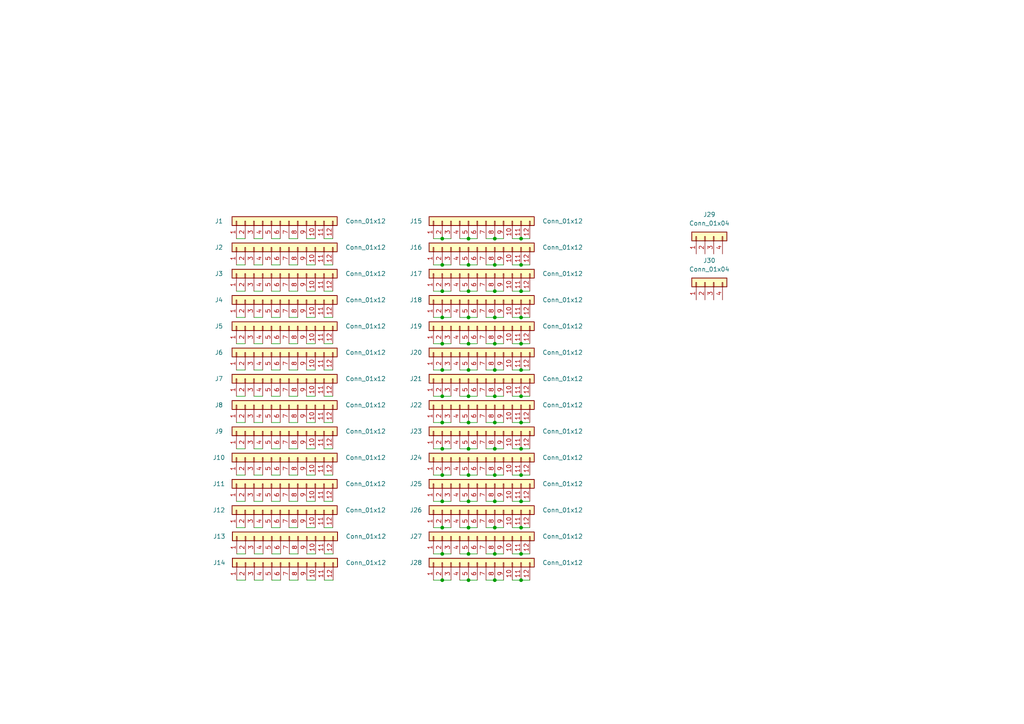
<source format=kicad_sch>
(kicad_sch (version 20211123) (generator eeschema)
  (paper "A4")
  (lib_symbols
    (symbol "Connector_Generic:Conn_01x04" (pin_names (offset 1.016) hide)
      (property "Reference" "J" (at 0 5.08 0))
      (property "Value" "Conn_01x04" (at 0 -7.62 0))
      (symbol "Conn_01x04_1_1"
        (rectangle (start -1.27 -4.953) (end 0 -5.207) (stroke (width 0.1524)))
        (rectangle (start -1.27 -2.413) (end 0 -2.667) (stroke (width 0.1524)))
        (rectangle (start -1.27 0.127) (end 0 -0.127) (stroke (width 0.1524)))
        (rectangle (start -1.27 2.667) (end 0 2.413) (stroke (width 0.1524)))
        (rectangle (start -1.27 3.81) (end 1.27 -6.35) (stroke (width 0.254)) (fill (type background)))
        (pin passive line (at -5.08 2.54 0) (length 3.81) (name "Pin_1") (number "1"))
        (pin passive line (at -5.08 0 0) (length 3.81) (name "Pin_2") (number "2"))
        (pin passive line (at -5.08 -2.54 0) (length 3.81) (name "Pin_3") (number "3"))
        (pin passive line (at -5.08 -5.08 0) (length 3.81) (name "Pin_4") (number "4"))
      )
    )
    (symbol "Connector_Generic:Conn_01x12" (pin_names (offset 1.016) hide)
      (property "Reference" "J" (at 0 15.24 0))
      (property "Value" "Conn_01x12" (at 0 -17.78 0))
      (symbol "Conn_01x12_1_1"
        (rectangle (start -1.27 -15.113) (end 0 -15.367) (stroke (width 0.1524)))
        (rectangle (start -1.27 -12.573) (end 0 -12.827) (stroke (width 0.1524)))
        (rectangle (start -1.27 -10.033) (end 0 -10.287) (stroke (width 0.1524)))
        (rectangle (start -1.27 -7.493) (end 0 -7.747) (stroke (width 0.1524)))
        (rectangle (start -1.27 -4.953) (end 0 -5.207) (stroke (width 0.1524)))
        (rectangle (start -1.27 -2.413) (end 0 -2.667) (stroke (width 0.1524)))
        (rectangle (start -1.27 0.127) (end 0 -0.127) (stroke (width 0.1524)))
        (rectangle (start -1.27 2.667) (end 0 2.413) (stroke (width 0.1524)))
        (rectangle (start -1.27 5.207) (end 0 4.953) (stroke (width 0.1524)))
        (rectangle (start -1.27 7.747) (end 0 7.493) (stroke (width 0.1524)))
        (rectangle (start -1.27 10.287) (end 0 10.033) (stroke (width 0.1524)))
        (rectangle (start -1.27 12.827) (end 0 12.573) (stroke (width 0.1524)))
        (rectangle (start -1.27 13.97) (end 1.27 -16.51) (stroke (width 0.254)) (fill (type background)))
        (pin passive line (at -5.08 12.7 0) (length 3.81) (name "Pin_1") (number "1"))
        (pin passive line (at -5.08 -10.16 0) (length 3.81) (name "Pin_10") (number "10"))
        (pin passive line (at -5.08 -12.7 0) (length 3.81) (name "Pin_11") (number "11"))
        (pin passive line (at -5.08 -15.24 0) (length 3.81) (name "Pin_12") (number "12"))
        (pin passive line (at -5.08 10.16 0) (length 3.81) (name "Pin_2") (number "2"))
        (pin passive line (at -5.08 7.62 0) (length 3.81) (name "Pin_3") (number "3"))
        (pin passive line (at -5.08 5.08 0) (length 3.81) (name "Pin_4") (number "4"))
        (pin passive line (at -5.08 2.54 0) (length 3.81) (name "Pin_5") (number "5"))
        (pin passive line (at -5.08 0 0) (length 3.81) (name "Pin_6") (number "6"))
        (pin passive line (at -5.08 -2.54 0) (length 3.81) (name "Pin_7") (number "7"))
        (pin passive line (at -5.08 -5.08 0) (length 3.81) (name "Pin_8") (number "8"))
        (pin passive line (at -5.08 -7.62 0) (length 3.81) (name "Pin_9") (number "9"))
      )
    )
  )
  (junction (at 151.13 168.275))
  (junction (at 151.13 92.075))
  (junction (at 151.13 99.695))
  (junction (at 143.51 137.795))
  (junction (at 135.89 84.455))
  (junction (at 135.89 168.275))
  (junction (at 128.27 99.695))
  (junction (at 151.13 122.555))
  (junction (at 135.89 99.695))
  (junction (at 151.13 84.455))
  (junction (at 135.89 137.795))
  (junction (at 143.51 114.935))
  (junction (at 151.13 69.215))
  (junction (at 135.89 145.415))
  (junction (at 143.51 107.315))
  (junction (at 151.13 137.795))
  (junction (at 151.13 114.935))
  (junction (at 128.27 122.555))
  (junction (at 143.51 160.655))
  (junction (at 143.51 84.455))
  (junction (at 128.27 107.315))
  (junction (at 128.27 69.215))
  (junction (at 135.89 114.935))
  (junction (at 128.27 168.275))
  (junction (at 135.89 69.215))
  (junction (at 128.27 92.075))
  (junction (at 135.89 76.835))
  (junction (at 143.51 145.415))
  (junction (at 143.51 69.215))
  (junction (at 143.51 99.695))
  (junction (at 143.51 130.175))
  (junction (at 143.51 76.835))
  (junction (at 128.27 160.655))
  (junction (at 151.13 130.175))
  (junction (at 128.27 84.455))
  (junction (at 128.27 130.175))
  (junction (at 151.13 76.835))
  (junction (at 135.89 153.035))
  (junction (at 143.51 153.035))
  (junction (at 128.27 137.795))
  (junction (at 135.89 107.315))
  (junction (at 143.51 168.275))
  (junction (at 128.27 114.935))
  (junction (at 135.89 130.175))
  (junction (at 128.27 145.415))
  (junction (at 135.89 122.555))
  (junction (at 143.51 122.555))
  (junction (at 128.27 153.035))
  (junction (at 143.51 92.075))
  (junction (at 135.89 160.655))
  (junction (at 135.89 92.075))
  (junction (at 151.13 160.655))
  (junction (at 151.13 153.035))
  (junction (at 151.13 107.315))
  (junction (at 151.13 145.415))
  (junction (at 128.27 76.835))
  (wire (pts (xy 73.66 99.695) (xy 76.2 99.695)))
  (wire (pts (xy 88.9 92.075) (xy 91.44 92.075)))
  (wire (pts (xy 78.74 76.835) (xy 81.28 76.835)))
  (wire (pts (xy 83.82 99.695) (xy 86.36 99.695)))
  (wire (pts (xy 148.59 122.555) (xy 151.13 122.555)))
  (wire (pts (xy 148.59 168.275) (xy 151.13 168.275)))
  (wire (pts (xy 83.82 145.415) (xy 86.36 145.415)))
  (wire (pts (xy 128.27 145.415) (xy 130.81 145.415)))
  (wire (pts (xy 133.35 69.215) (xy 135.89 69.215)))
  (wire (pts (xy 148.59 99.695) (xy 151.13 99.695)))
  (wire (pts (xy 88.994 168.275) (xy 91.534 168.275)))
  (wire (pts (xy 68.58 137.795) (xy 71.12 137.795)))
  (wire (pts (xy 135.89 76.835) (xy 138.43 76.835)))
  (wire (pts (xy 148.59 137.795) (xy 151.13 137.795)))
  (wire (pts (xy 73.66 76.835) (xy 76.2 76.835)))
  (wire (pts (xy 143.51 130.175) (xy 146.05 130.175)))
  (wire (pts (xy 148.59 107.315) (xy 151.13 107.315)))
  (wire (pts (xy 78.74 107.315) (xy 81.28 107.315)))
  (wire (pts (xy 133.35 92.075) (xy 135.89 92.075)))
  (wire (pts (xy 93.98 99.695) (xy 96.52 99.695)))
  (wire (pts (xy 78.834 160.655) (xy 81.374 160.655)))
  (wire (pts (xy 143.51 99.695) (xy 146.05 99.695)))
  (wire (pts (xy 133.35 160.655) (xy 135.89 160.655)))
  (wire (pts (xy 128.27 160.655) (xy 130.81 160.655)))
  (wire (pts (xy 125.73 160.655) (xy 128.27 160.655)))
  (wire (pts (xy 151.13 145.415) (xy 153.67 145.415)))
  (wire (pts (xy 151.13 69.215) (xy 153.67 69.215)))
  (wire (pts (xy 140.97 107.315) (xy 143.51 107.315)))
  (wire (pts (xy 133.35 107.315) (xy 135.89 107.315)))
  (wire (pts (xy 151.13 107.315) (xy 153.67 107.315)))
  (wire (pts (xy 151.13 130.175) (xy 153.67 130.175)))
  (wire (pts (xy 93.98 107.315) (xy 96.52 107.315)))
  (wire (pts (xy 128.27 114.935) (xy 130.81 114.935)))
  (wire (pts (xy 148.59 130.175) (xy 151.13 130.175)))
  (wire (pts (xy 140.97 84.455) (xy 143.51 84.455)))
  (wire (pts (xy 143.51 76.835) (xy 146.05 76.835)))
  (wire (pts (xy 68.58 92.075) (xy 71.12 92.075)))
  (wire (pts (xy 143.51 69.215) (xy 146.05 69.215)))
  (wire (pts (xy 128.27 130.175) (xy 130.81 130.175)))
  (wire (pts (xy 125.73 145.415) (xy 128.27 145.415)))
  (wire (pts (xy 125.73 107.315) (xy 128.27 107.315)))
  (wire (pts (xy 135.89 84.455) (xy 138.43 84.455)))
  (wire (pts (xy 140.97 99.695) (xy 143.51 99.695)))
  (wire (pts (xy 128.27 99.695) (xy 130.81 99.695)))
  (wire (pts (xy 93.98 84.455) (xy 96.52 84.455)))
  (wire (pts (xy 140.97 145.415) (xy 143.51 145.415)))
  (wire (pts (xy 73.66 122.555) (xy 76.2 122.555)))
  (wire (pts (xy 151.13 168.275) (xy 153.67 168.275)))
  (wire (pts (xy 78.74 122.555) (xy 81.28 122.555)))
  (wire (pts (xy 148.59 76.835) (xy 151.13 76.835)))
  (wire (pts (xy 143.51 107.315) (xy 146.05 107.315)))
  (wire (pts (xy 93.98 92.075) (xy 96.52 92.075)))
  (wire (pts (xy 73.66 107.315) (xy 76.2 107.315)))
  (wire (pts (xy 83.82 137.795) (xy 86.36 137.795)))
  (wire (pts (xy 88.9 114.935) (xy 91.44 114.935)))
  (wire (pts (xy 125.73 76.835) (xy 128.27 76.835)))
  (wire (pts (xy 125.73 114.935) (xy 128.27 114.935)))
  (wire (pts (xy 133.35 122.555) (xy 135.89 122.555)))
  (wire (pts (xy 128.27 76.835) (xy 130.81 76.835)))
  (wire (pts (xy 125.73 69.215) (xy 128.27 69.215)))
  (wire (pts (xy 78.74 92.075) (xy 81.28 92.075)))
  (wire (pts (xy 148.59 145.415) (xy 151.13 145.415)))
  (wire (pts (xy 73.66 145.415) (xy 76.2 145.415)))
  (wire (pts (xy 68.58 122.555) (xy 71.12 122.555)))
  (wire (pts (xy 143.51 84.455) (xy 146.05 84.455)))
  (wire (pts (xy 133.35 130.175) (xy 135.89 130.175)))
  (wire (pts (xy 88.9 69.215) (xy 91.44 69.215)))
  (wire (pts (xy 83.82 122.555) (xy 86.36 122.555)))
  (wire (pts (xy 135.89 122.555) (xy 138.43 122.555)))
  (wire (pts (xy 73.66 114.935) (xy 76.2 114.935)))
  (wire (pts (xy 143.51 92.075) (xy 146.05 92.075)))
  (wire (pts (xy 68.58 84.455) (xy 71.12 84.455)))
  (wire (pts (xy 125.73 99.695) (xy 128.27 99.695)))
  (wire (pts (xy 94.074 160.655) (xy 96.614 160.655)))
  (wire (pts (xy 143.51 122.555) (xy 146.05 122.555)))
  (wire (pts (xy 83.82 130.175) (xy 86.36 130.175)))
  (wire (pts (xy 78.74 69.215) (xy 81.28 69.215)))
  (wire (pts (xy 68.58 76.835) (xy 71.12 76.835)))
  (wire (pts (xy 140.97 160.655) (xy 143.51 160.655)))
  (wire (pts (xy 73.66 137.795) (xy 76.2 137.795)))
  (wire (pts (xy 78.74 137.795) (xy 81.28 137.795)))
  (wire (pts (xy 93.98 76.835) (xy 96.52 76.835)))
  (wire (pts (xy 68.58 153.035) (xy 71.12 153.035)))
  (wire (pts (xy 128.27 84.455) (xy 130.81 84.455)))
  (wire (pts (xy 143.51 137.795) (xy 146.05 137.795)))
  (wire (pts (xy 135.89 153.035) (xy 138.43 153.035)))
  (wire (pts (xy 88.9 137.795) (xy 91.44 137.795)))
  (wire (pts (xy 133.35 168.275) (xy 135.89 168.275)))
  (wire (pts (xy 133.35 114.935) (xy 135.89 114.935)))
  (wire (pts (xy 128.27 153.035) (xy 130.81 153.035)))
  (wire (pts (xy 88.994 160.655) (xy 91.534 160.655)))
  (wire (pts (xy 140.97 114.935) (xy 143.51 114.935)))
  (wire (pts (xy 151.13 76.835) (xy 153.67 76.835)))
  (wire (pts (xy 73.754 168.275) (xy 76.294 168.275)))
  (wire (pts (xy 125.73 122.555) (xy 128.27 122.555)))
  (wire (pts (xy 78.74 145.415) (xy 81.28 145.415)))
  (wire (pts (xy 68.58 145.415) (xy 71.12 145.415)))
  (wire (pts (xy 148.59 160.655) (xy 151.13 160.655)))
  (wire (pts (xy 83.82 84.455) (xy 86.36 84.455)))
  (wire (pts (xy 83.82 107.315) (xy 86.36 107.315)))
  (wire (pts (xy 135.89 107.315) (xy 138.43 107.315)))
  (wire (pts (xy 151.13 114.935) (xy 153.67 114.935)))
  (wire (pts (xy 88.9 76.835) (xy 91.44 76.835)))
  (wire (pts (xy 83.82 153.035) (xy 86.36 153.035)))
  (wire (pts (xy 93.98 114.935) (xy 96.52 114.935)))
  (wire (pts (xy 73.66 130.175) (xy 76.2 130.175)))
  (wire (pts (xy 83.82 69.215) (xy 86.36 69.215)))
  (wire (pts (xy 93.98 145.415) (xy 96.52 145.415)))
  (wire (pts (xy 135.89 137.795) (xy 138.43 137.795)))
  (wire (pts (xy 68.58 130.175) (xy 71.12 130.175)))
  (wire (pts (xy 151.13 153.035) (xy 153.67 153.035)))
  (wire (pts (xy 68.674 168.275) (xy 71.214 168.275)))
  (wire (pts (xy 83.914 168.275) (xy 86.454 168.275)))
  (wire (pts (xy 128.27 92.075) (xy 130.81 92.075)))
  (wire (pts (xy 125.73 84.455) (xy 128.27 84.455)))
  (wire (pts (xy 88.9 145.415) (xy 91.44 145.415)))
  (wire (pts (xy 88.9 107.315) (xy 91.44 107.315)))
  (wire (pts (xy 125.73 137.795) (xy 128.27 137.795)))
  (wire (pts (xy 151.13 99.695) (xy 153.67 99.695)))
  (wire (pts (xy 151.13 160.655) (xy 153.67 160.655)))
  (wire (pts (xy 148.59 69.215) (xy 151.13 69.215)))
  (wire (pts (xy 140.97 69.215) (xy 143.51 69.215)))
  (wire (pts (xy 133.35 99.695) (xy 135.89 99.695)))
  (wire (pts (xy 140.97 122.555) (xy 143.51 122.555)))
  (wire (pts (xy 83.914 160.655) (xy 86.454 160.655)))
  (wire (pts (xy 128.27 137.795) (xy 130.81 137.795)))
  (wire (pts (xy 93.98 130.175) (xy 96.52 130.175)))
  (wire (pts (xy 143.51 160.655) (xy 146.05 160.655)))
  (wire (pts (xy 73.754 160.655) (xy 76.294 160.655)))
  (wire (pts (xy 140.97 130.175) (xy 143.51 130.175)))
  (wire (pts (xy 143.51 153.035) (xy 146.05 153.035)))
  (wire (pts (xy 128.27 107.315) (xy 130.81 107.315)))
  (wire (pts (xy 68.58 69.215) (xy 71.12 69.215)))
  (wire (pts (xy 151.13 137.795) (xy 153.67 137.795)))
  (wire (pts (xy 148.59 84.455) (xy 151.13 84.455)))
  (wire (pts (xy 73.66 92.075) (xy 76.2 92.075)))
  (wire (pts (xy 93.98 137.795) (xy 96.52 137.795)))
  (wire (pts (xy 133.35 145.415) (xy 135.89 145.415)))
  (wire (pts (xy 128.27 69.215) (xy 130.81 69.215)))
  (wire (pts (xy 148.59 153.035) (xy 151.13 153.035)))
  (wire (pts (xy 140.97 153.035) (xy 143.51 153.035)))
  (wire (pts (xy 135.89 92.075) (xy 138.43 92.075)))
  (wire (pts (xy 83.82 92.075) (xy 86.36 92.075)))
  (wire (pts (xy 125.73 153.035) (xy 128.27 153.035)))
  (wire (pts (xy 135.89 168.275) (xy 138.43 168.275)))
  (wire (pts (xy 78.74 99.695) (xy 81.28 99.695)))
  (wire (pts (xy 125.73 130.175) (xy 128.27 130.175)))
  (wire (pts (xy 135.89 145.415) (xy 138.43 145.415)))
  (wire (pts (xy 133.35 84.455) (xy 135.89 84.455)))
  (wire (pts (xy 128.27 122.555) (xy 130.81 122.555)))
  (wire (pts (xy 151.13 92.075) (xy 153.67 92.075)))
  (wire (pts (xy 83.82 76.835) (xy 86.36 76.835)))
  (wire (pts (xy 68.674 160.655) (xy 71.214 160.655)))
  (wire (pts (xy 68.58 107.315) (xy 71.12 107.315)))
  (wire (pts (xy 93.98 122.555) (xy 96.52 122.555)))
  (wire (pts (xy 78.74 130.175) (xy 81.28 130.175)))
  (wire (pts (xy 140.97 168.275) (xy 143.51 168.275)))
  (wire (pts (xy 73.66 69.215) (xy 76.2 69.215)))
  (wire (pts (xy 78.834 168.275) (xy 81.374 168.275)))
  (wire (pts (xy 93.98 153.035) (xy 96.52 153.035)))
  (wire (pts (xy 88.9 130.175) (xy 91.44 130.175)))
  (wire (pts (xy 143.51 145.415) (xy 146.05 145.415)))
  (wire (pts (xy 68.58 99.695) (xy 71.12 99.695)))
  (wire (pts (xy 140.97 92.075) (xy 143.51 92.075)))
  (wire (pts (xy 73.66 153.035) (xy 76.2 153.035)))
  (wire (pts (xy 94.074 168.275) (xy 96.614 168.275)))
  (wire (pts (xy 133.35 76.835) (xy 135.89 76.835)))
  (wire (pts (xy 135.89 69.215) (xy 138.43 69.215)))
  (wire (pts (xy 68.58 114.935) (xy 71.12 114.935)))
  (wire (pts (xy 128.27 168.275) (xy 130.81 168.275)))
  (wire (pts (xy 135.89 99.695) (xy 138.43 99.695)))
  (wire (pts (xy 88.9 153.035) (xy 91.44 153.035)))
  (wire (pts (xy 78.74 114.935) (xy 81.28 114.935)))
  (wire (pts (xy 78.74 153.035) (xy 81.28 153.035)))
  (wire (pts (xy 73.66 84.455) (xy 76.2 84.455)))
  (wire (pts (xy 88.9 99.695) (xy 91.44 99.695)))
  (wire (pts (xy 148.59 114.935) (xy 151.13 114.935)))
  (wire (pts (xy 143.51 168.275) (xy 146.05 168.275)))
  (wire (pts (xy 133.35 137.795) (xy 135.89 137.795)))
  (wire (pts (xy 88.9 84.455) (xy 91.44 84.455)))
  (wire (pts (xy 78.74 84.455) (xy 81.28 84.455)))
  (wire (pts (xy 143.51 114.935) (xy 146.05 114.935)))
  (wire (pts (xy 125.73 92.075) (xy 128.27 92.075)))
  (wire (pts (xy 83.82 114.935) (xy 86.36 114.935)))
  (wire (pts (xy 135.89 130.175) (xy 138.43 130.175)))
  (wire (pts (xy 93.98 69.215) (xy 96.52 69.215)))
  (wire (pts (xy 125.73 168.275) (xy 128.27 168.275)))
  (wire (pts (xy 140.97 137.795) (xy 143.51 137.795)))
  (wire (pts (xy 133.35 153.035) (xy 135.89 153.035)))
  (wire (pts (xy 135.89 114.935) (xy 138.43 114.935)))
  (wire (pts (xy 148.59 92.075) (xy 151.13 92.075)))
  (wire (pts (xy 151.13 122.555) (xy 153.67 122.555)))
  (wire (pts (xy 88.9 122.555) (xy 91.44 122.555)))
  (wire (pts (xy 151.13 84.455) (xy 153.67 84.455)))
  (wire (pts (xy 140.97 76.835) (xy 143.51 76.835)))
  (wire (pts (xy 135.89 160.655) (xy 138.43 160.655)))
  (symbol (lib_id "Connector_Generic:Conn_01x12") (at 81.28 79.375 90) (unit 1)
    (property "Reference" "J3" (at 63.5 79.375 90))
    (property "Value" "Conn_01x12" (at 106.045 79.375 90))
    (property "Footprint" "Connector_PinHeader_2.54mm:PinHeader_1x12_P2.54mm_Vertical" (effects hide))
  )
  (symbol (lib_id "Connector_Generic:Conn_01x12") (at 81.28 102.235 90) (unit 1)
    (property "Reference" "J6" (at 63.5 102.235 90))
    (property "Value" "Conn_01x12" (at 106.045 102.235 90))
    (property "Footprint" "Connector_PinHeader_2.54mm:PinHeader_1x12_P2.54mm_Vertical" (effects hide))
  )
  (symbol (lib_id "Connector_Generic:Conn_01x12") (at 81.28 117.475 90) (unit 1)
    (property "Reference" "J8" (at 63.5 117.475 90))
    (property "Value" "Conn_01x12" (at 106.045 117.475 90))
    (property "Footprint" "Connector_PinHeader_2.54mm:PinHeader_1x12_P2.54mm_Vertical" (effects hide))
  )
  (symbol (lib_id "Connector_Generic:Conn_01x12") (at 138.43 102.235 90) (unit 1)
    (property "Reference" "J20" (at 120.65 102.235 90))
    (property "Value" "Conn_01x12" (at 163.195 102.235 90))
    (property "Footprint" "Connector_PinHeader_2.54mm:PinHeader_1x12_P2.54mm_Vertical" (effects hide))
  )
  (symbol (lib_id "Connector_Generic:Conn_01x12") (at 138.43 132.715 90) (unit 1)
    (property "Reference" "J24" (at 120.65 132.715 90))
    (property "Value" "Conn_01x12" (at 163.195 132.715 90))
    (property "Footprint" "Connector_PinHeader_2.54mm:PinHeader_1x12_P2.54mm_Vertical" (effects hide))
  )
  (symbol (lib_id "Connector_Generic:Conn_01x12") (at 81.28 109.855 90) (unit 1)
    (property "Reference" "J7" (at 63.5 109.855 90))
    (property "Value" "Conn_01x12" (at 106.045 109.855 90))
    (property "Footprint" "Connector_PinHeader_2.54mm:PinHeader_1x12_P2.54mm_Vertical" (effects hide))
  )
  (symbol (lib_id "Connector_Generic:Conn_01x12") (at 138.43 71.755 90) (unit 1)
    (property "Reference" "J16" (at 120.65 71.755 90))
    (property "Value" "Conn_01x12" (at 163.195 71.755 90))
    (property "Footprint" "Connector_PinHeader_2.54mm:PinHeader_1x12_P2.54mm_Vertical" (effects hide))
  )
  (symbol (lib_id "Connector_Generic:Conn_01x12") (at 138.43 86.995 90) (unit 1)
    (property "Reference" "J18" (at 120.65 86.995 90))
    (property "Value" "Conn_01x12" (at 163.195 86.995 90))
    (property "Footprint" "Connector_PinHeader_2.54mm:PinHeader_1x12_P2.54mm_Vertical" (effects hide))
  )
  (symbol (lib_id "Connector_Generic:Conn_01x12") (at 138.43 140.335 90) (unit 1)
    (property "Reference" "J25" (at 120.65 140.335 90))
    (property "Value" "Conn_01x12" (at 163.195 140.335 90))
    (property "Footprint" "Connector_PinHeader_2.54mm:PinHeader_1x12_P2.54mm_Vertical" (effects hide))
  )
  (symbol (lib_id "Connector_Generic:Conn_01x12") (at 81.28 86.995 90) (unit 1)
    (property "Reference" "J4" (at 63.5 86.995 90))
    (property "Value" "Conn_01x12" (at 106.045 86.995 90))
    (property "Footprint" "Connector_PinHeader_2.54mm:PinHeader_1x12_P2.54mm_Vertical" (effects hide))
  )
  (symbol (lib_id "Connector_Generic:Conn_01x12") (at 81.28 125.095 90) (unit 1)
    (property "Reference" "J9" (at 63.5 125.095 90))
    (property "Value" "Conn_01x12" (at 106.045 125.095 90))
    (property "Footprint" "Connector_PinHeader_2.54mm:PinHeader_1x12_P2.54mm_Vertical" (effects hide))
  )
  (symbol (lib_id "Connector_Generic:Conn_01x12") (at 81.28 147.955 90) (unit 1)
    (property "Reference" "J12" (at 63.5 147.955 90))
    (property "Value" "Conn_01x12" (at 106.045 147.955 90))
    (property "Footprint" "Connector_PinHeader_2.54mm:PinHeader_1x12_P2.54mm_Vertical" (effects hide))
  )
  (symbol (lib_id "Connector_Generic:Conn_01x12") (at 81.28 94.615 90) (unit 1)
    (property "Reference" "J5" (at 63.5 94.615 90))
    (property "Value" "Conn_01x12" (at 106.045 94.615 90))
    (property "Footprint" "Connector_PinHeader_2.54mm:PinHeader_1x12_P2.54mm_Vertical" (effects hide))
  )
  (symbol (lib_id "Connector_Generic:Conn_01x12") (at 81.374 155.575 90) (unit 1)
    (property "Reference" "J13" (at 63.594 155.575 90))
    (property "Value" "Conn_01x12" (at 106.139 155.575 90))
    (property "Footprint" "Connector_PinHeader_2.54mm:PinHeader_1x12_P2.54mm_Vertical" (effects hide))
  )
  (symbol (lib_id "Connector_Generic:Conn_01x12") (at 138.43 125.095 90) (unit 1)
    (property "Reference" "J23" (at 120.65 125.095 90))
    (property "Value" "Conn_01x12" (at 163.195 125.095 90))
    (property "Footprint" "Connector_PinHeader_2.54mm:PinHeader_1x12_P2.54mm_Vertical" (effects hide))
  )
  (symbol (lib_id "Connector_Generic:Conn_01x04") (at 204.47 81.915 90) (unit 1)
    (property "Reference" "J30" (at 205.74 75.565 90))
    (property "Value" "Conn_01x04" (at 205.74 78.105 90))
    (property "Footprint" "Wrap:brick-1x4" (effects hide))
  )
  (symbol (lib_id "Connector_Generic:Conn_01x12") (at 138.43 94.615 90) (unit 1)
    (property "Reference" "J19" (at 120.65 94.615 90))
    (property "Value" "Conn_01x12" (at 163.195 94.615 90))
    (property "Footprint" "Connector_PinHeader_2.54mm:PinHeader_1x12_P2.54mm_Vertical" (effects hide))
  )
  (symbol (lib_id "Connector_Generic:Conn_01x12") (at 138.43 79.375 90) (unit 1)
    (property "Reference" "J17" (at 120.65 79.375 90))
    (property "Value" "Conn_01x12" (at 163.195 79.375 90))
    (property "Footprint" "Connector_PinHeader_2.54mm:PinHeader_1x12_P2.54mm_Vertical" (effects hide))
  )
  (symbol (lib_id "Connector_Generic:Conn_01x12") (at 81.28 132.715 90) (unit 1)
    (property "Reference" "J10" (at 63.5 132.715 90))
    (property "Value" "Conn_01x12" (at 106.045 132.715 90))
    (property "Footprint" "Connector_PinHeader_2.54mm:PinHeader_1x12_P2.54mm_Vertical" (effects hide))
  )
  (symbol (lib_id "Connector_Generic:Conn_01x12") (at 81.28 71.755 90) (unit 1)
    (property "Reference" "J2" (at 63.5 71.755 90))
    (property "Value" "Conn_01x12" (at 106.045 71.755 90))
    (property "Footprint" "Connector_PinHeader_2.54mm:PinHeader_1x12_P2.54mm_Vertical" (effects hide))
  )
  (symbol (lib_id "Connector_Generic:Conn_01x12") (at 138.43 155.575 90) (unit 1)
    (property "Reference" "J27" (at 120.65 155.575 90))
    (property "Value" "Conn_01x12" (at 163.195 155.575 90))
    (property "Footprint" "Connector_PinHeader_2.54mm:PinHeader_1x12_P2.54mm_Vertical" (effects hide))
  )
  (symbol (lib_id "Connector_Generic:Conn_01x12") (at 138.43 117.475 90) (unit 1)
    (property "Reference" "J22" (at 120.65 117.475 90))
    (property "Value" "Conn_01x12" (at 163.195 117.475 90))
    (property "Footprint" "Connector_PinHeader_2.54mm:PinHeader_1x12_P2.54mm_Vertical" (effects hide))
  )
  (symbol (lib_id "Connector_Generic:Conn_01x12") (at 138.43 64.135 90) (unit 1)
    (property "Reference" "J15" (at 120.65 64.135 90))
    (property "Value" "Conn_01x12" (at 163.195 64.135 90))
    (property "Footprint" "Connector_PinHeader_2.54mm:PinHeader_1x12_P2.54mm_Vertical" (effects hide))
  )
  (symbol (lib_id "Connector_Generic:Conn_01x12") (at 138.43 163.195 90) (unit 1)
    (property "Reference" "J28" (at 120.65 163.195 90))
    (property "Value" "Conn_01x12" (at 163.195 163.195 90))
    (property "Footprint" "Connector_PinHeader_2.54mm:PinHeader_1x12_P2.54mm_Vertical" (effects hide))
  )
  (symbol (lib_id "Connector_Generic:Conn_01x12") (at 81.28 64.135 90) (unit 1)
    (property "Reference" "J1" (at 63.5 64.135 90))
    (property "Value" "Conn_01x12" (at 106.045 64.135 90))
    (property "Footprint" "Connector_PinHeader_2.54mm:PinHeader_1x12_P2.54mm_Vertical" (effects hide))
  )
  (symbol (lib_id "Connector_Generic:Conn_01x12") (at 138.43 109.855 90) (unit 1)
    (property "Reference" "J21" (at 120.65 109.855 90))
    (property "Value" "Conn_01x12" (at 163.195 109.855 90))
    (property "Footprint" "Connector_PinHeader_2.54mm:PinHeader_1x12_P2.54mm_Vertical" (effects hide))
  )
  (symbol (lib_id "Connector_Generic:Conn_01x12") (at 138.43 147.955 90) (unit 1)
    (property "Reference" "J26" (at 120.65 147.955 90))
    (property "Value" "Conn_01x12" (at 163.195 147.955 90))
    (property "Footprint" "Connector_PinHeader_2.54mm:PinHeader_1x12_P2.54mm_Vertical" (effects hide))
  )
  (symbol (lib_id "Connector_Generic:Conn_01x12") (at 81.374 163.195 90) (unit 1)
    (property "Reference" "J14" (at 63.594 163.195 90))
    (property "Value" "Conn_01x12" (at 106.139 163.195 90))
    (property "Footprint" "Connector_PinHeader_2.54mm:PinHeader_1x12_P2.54mm_Vertical" (effects hide))
  )
  (symbol (lib_id "Connector_Generic:Conn_01x12") (at 81.28 140.335 90) (unit 1)
    (property "Reference" "J11" (at 63.5 140.335 90))
    (property "Value" "Conn_01x12" (at 106.045 140.335 90))
    (property "Footprint" "Connector_PinHeader_2.54mm:PinHeader_1x12_P2.54mm_Vertical" (effects hide))
  )
  (symbol (lib_id "Connector_Generic:Conn_01x04") (at 204.47 68.58 90) (unit 1)
    (property "Reference" "J29" (at 205.74 62.23 90))
    (property "Value" "Conn_01x04" (at 205.74 64.77 90))
    (property "Footprint" "Wrap:brick-1x4" (effects hide))
  )
)
</source>
